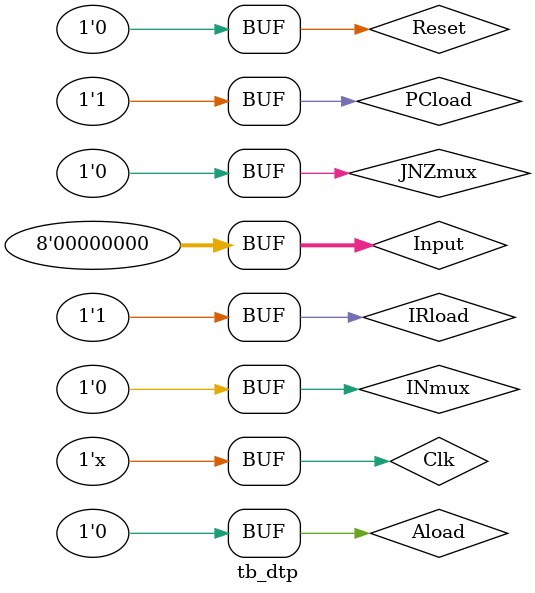
<source format=v>
`timescale 1ns / 1ps


module tb_dtp;

	// Inputs
	reg [7:0] Input;
	reg INmux;
	reg Aload;
	reg Reset;
	reg Clk;
	reg IRload;
	reg PCload;
	reg JNZmux;

	// Outputs
	wire [2:0] IR75;
	wire Aneq0;
	wire [7:0] Output;

	// Instantiate the Unit Under Test (UUT)
	DATAPATH_EC1 uut (
		.Input(Input), 
		.INmux(INmux), 
		.Aload(Aload), 
		.Reset(Reset), 
		.Clk(Clk), 
		.IRload(IRload), 
		.PCload(PCload), 
		.JNZmux(JNZmux), 
		.IR75(IR75), 
		.Aneq0(Aneq0), 
		.Output(Output)
	);
	
	always begin
	#10 Clk = ~Clk;
	end

	initial begin
		// Initialize Inputs
		Input = 0;
		INmux = 0;
		Aload = 0;
		Reset = 1;
		Clk = 0;
		IRload = 0;
		PCload = 0;
		JNZmux = 0;

		// Wait 100 ns for global reset to finish
		#100;
        
		// Add stimulus here
		
		Input = 0;
		INmux = 0;
		Aload = 0;
		Reset = 0;
		IRload = 1;
		PCload = 1;
		JNZmux = 0;

		// Wait 100 ns for global reset to finish
		#100;

	end
      
endmodule


</source>
